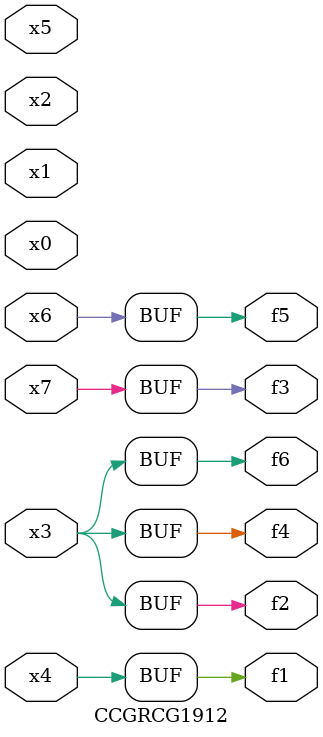
<source format=v>
module CCGRCG1912(
	input x0, x1, x2, x3, x4, x5, x6, x7,
	output f1, f2, f3, f4, f5, f6
);
	assign f1 = x4;
	assign f2 = x3;
	assign f3 = x7;
	assign f4 = x3;
	assign f5 = x6;
	assign f6 = x3;
endmodule

</source>
